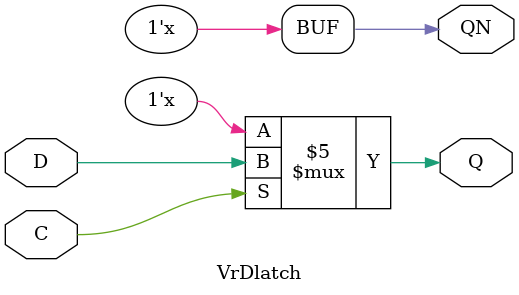
<source format=v>
module VrDlatch( C, D, Q, QN );
  input C, D;
  output Q, QN;
  reg Q, QN;

  always @ (C or D or Q) begin
    if (C==1) Q <= D; else Q <= Q;
    QN <= !Q;
  end
endmodule

</source>
